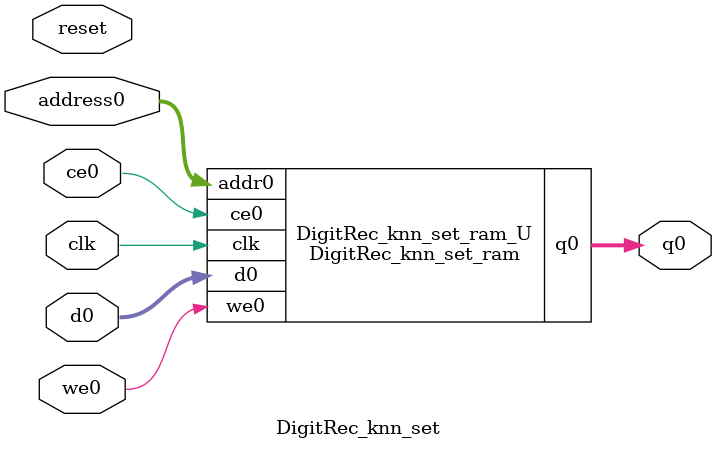
<source format=v>
`timescale 1 ns / 1 ps
module DigitRec_knn_set_ram (addr0, ce0, d0, we0, q0,  clk);

parameter DWIDTH = 11;
parameter AWIDTH = 5;
parameter MEM_SIZE = 30;

input[AWIDTH-1:0] addr0;
input ce0;
input[DWIDTH-1:0] d0;
input we0;
output reg[DWIDTH-1:0] q0;
input clk;

(* ram_style = "distributed" *)reg [DWIDTH-1:0] ram[0:MEM_SIZE-1];




always @(posedge clk)  
begin 
    if (ce0) 
    begin
        if (we0) 
        begin 
            ram[addr0] <= d0; 
        end 
        q0 <= ram[addr0];
    end
end


endmodule

`timescale 1 ns / 1 ps
module DigitRec_knn_set(
    reset,
    clk,
    address0,
    ce0,
    we0,
    d0,
    q0);

parameter DataWidth = 32'd11;
parameter AddressRange = 32'd30;
parameter AddressWidth = 32'd5;
input reset;
input clk;
input[AddressWidth - 1:0] address0;
input ce0;
input we0;
input[DataWidth - 1:0] d0;
output[DataWidth - 1:0] q0;



DigitRec_knn_set_ram DigitRec_knn_set_ram_U(
    .clk( clk ),
    .addr0( address0 ),
    .ce0( ce0 ),
    .we0( we0 ),
    .d0( d0 ),
    .q0( q0 ));

endmodule


</source>
